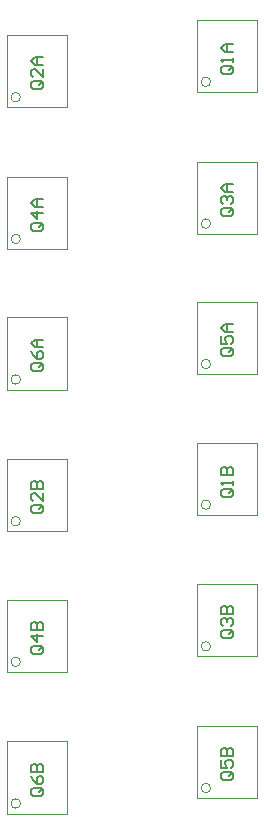
<source format=gbr>
G04 Layer_Color=16711935*
%FSLAX26Y26*%
%MOIN*%
%TF.FileFunction,Mechanical*%
%TF.Part,Single*%
G01*
G75*
%TA.AperFunction,NonConductor*%
%ADD75C,0.003937*%
%ADD252C,0.007000*%
D75*
X4171654Y2543307D02*
G03*
X4171654Y2543307I-15748J0D01*
G01*
Y3956693D02*
G03*
X4171654Y3956693I-15748J0D01*
G01*
X4805512Y2594488D02*
G03*
X4805512Y2594488I-15748J0D01*
G01*
Y4007874D02*
G03*
X4805512Y4007874I-15748J0D01*
G01*
X4171654Y3015748D02*
G03*
X4171654Y3015748I-15748J0D01*
G01*
Y4425197D02*
G03*
X4171654Y4425197I-15748J0D01*
G01*
X4805512Y3066929D02*
G03*
X4805512Y3066929I-15748J0D01*
G01*
Y4476378D02*
G03*
X4805512Y4476378I-15748J0D01*
G01*
X4171654Y3484252D02*
G03*
X4171654Y3484252I-15748J0D01*
G01*
Y4897638D02*
G03*
X4171654Y4897638I-15748J0D01*
G01*
X4805512Y3539370D02*
G03*
X4805512Y3539370I-15748J0D01*
G01*
Y4948819D02*
G03*
X4805512Y4948819I-15748J0D01*
G01*
X4327165Y2509843D02*
Y2750000D01*
X4126378D02*
X4327165D01*
X4126378Y2509843D02*
X4327165D01*
X4126378D02*
Y2750000D01*
X4327165Y3923228D02*
Y4163386D01*
X4126378D02*
X4327165D01*
X4126378Y3923228D02*
X4327165D01*
X4126378D02*
Y4163386D01*
X4961024Y2561024D02*
Y2801181D01*
X4760236D02*
X4961024D01*
X4760236Y2561024D02*
X4961024D01*
X4760236D02*
Y2801181D01*
X4961024Y3974410D02*
Y4214567D01*
X4760236D02*
X4961024D01*
X4760236Y3974410D02*
X4961024D01*
X4760236D02*
Y4214567D01*
X4327165Y2982284D02*
Y3222441D01*
X4126378D02*
X4327165D01*
X4126378Y2982284D02*
X4327165D01*
X4126378D02*
Y3222441D01*
X4327165Y4391732D02*
Y4631890D01*
X4126378D02*
X4327165D01*
X4126378Y4391732D02*
X4327165D01*
X4126378D02*
Y4631890D01*
X4961024Y3033465D02*
Y3273622D01*
X4760236D02*
X4961024D01*
X4760236Y3033465D02*
X4961024D01*
X4760236D02*
Y3273622D01*
X4961024Y4442913D02*
Y4683071D01*
X4760236D02*
X4961024D01*
X4760236Y4442913D02*
X4961024D01*
X4760236D02*
Y4683071D01*
X4327165Y3450787D02*
Y3690945D01*
X4126378D02*
X4327165D01*
X4126378Y3450787D02*
X4327165D01*
X4126378D02*
Y3690945D01*
X4327165Y4864173D02*
Y5104331D01*
X4126378D02*
X4327165D01*
X4126378Y4864173D02*
X4327165D01*
X4126378D02*
Y5104331D01*
X4961024Y3505905D02*
Y3746063D01*
X4760236D02*
X4961024D01*
X4760236Y3505905D02*
X4961024D01*
X4760236D02*
Y3746063D01*
X4961024Y4915354D02*
Y5155512D01*
X4760236D02*
X4961024D01*
X4760236Y4915354D02*
X4961024D01*
X4760236D02*
Y5155512D01*
D252*
X4240107Y2596579D02*
X4213449D01*
X4206785Y2589915D01*
Y2576586D01*
X4213449Y2569921D01*
X4240107D01*
X4246772Y2576586D01*
Y2589915D01*
X4233443Y2583250D02*
X4246772Y2596579D01*
Y2589915D02*
X4240107Y2596579D01*
X4206785Y2636566D02*
X4213449Y2623237D01*
X4226778Y2609908D01*
X4240107D01*
X4246772Y2616573D01*
Y2629902D01*
X4240107Y2636566D01*
X4233443D01*
X4226778Y2629902D01*
Y2609908D01*
X4206785Y2649895D02*
X4246772D01*
Y2669889D01*
X4240107Y2676553D01*
X4233443D01*
X4226778Y2669889D01*
Y2649895D01*
Y2669889D01*
X4220114Y2676553D01*
X4213449D01*
X4206785Y2669889D01*
Y2649895D01*
X4240107Y4009965D02*
X4213449D01*
X4206785Y4003300D01*
Y3989972D01*
X4213449Y3983307D01*
X4240107D01*
X4246772Y3989972D01*
Y4003300D01*
X4233443Y3996636D02*
X4246772Y4009965D01*
Y4003300D02*
X4240107Y4009965D01*
X4206785Y4049952D02*
X4213449Y4036623D01*
X4226778Y4023294D01*
X4240107D01*
X4246772Y4029959D01*
Y4043288D01*
X4240107Y4049952D01*
X4233443D01*
X4226778Y4043288D01*
Y4023294D01*
X4246772Y4063281D02*
X4220114D01*
X4206785Y4076610D01*
X4220114Y4089939D01*
X4246772D01*
X4226778D01*
Y4063281D01*
X4873965Y2647760D02*
X4847307D01*
X4840643Y2641096D01*
Y2627767D01*
X4847307Y2621102D01*
X4873965D01*
X4880630Y2627767D01*
Y2641096D01*
X4867301Y2634431D02*
X4880630Y2647760D01*
Y2641096D02*
X4873965Y2647760D01*
X4840643Y2687747D02*
Y2661089D01*
X4860636D01*
X4853972Y2674418D01*
Y2681083D01*
X4860636Y2687747D01*
X4873965D01*
X4880630Y2681083D01*
Y2667754D01*
X4873965Y2661089D01*
X4840643Y2701077D02*
X4880630D01*
Y2721070D01*
X4873965Y2727735D01*
X4867301D01*
X4860636Y2721070D01*
Y2701077D01*
Y2721070D01*
X4853972Y2727735D01*
X4847307D01*
X4840643Y2721070D01*
Y2701077D01*
X4873965Y4061146D02*
X4847307D01*
X4840643Y4054482D01*
Y4041153D01*
X4847307Y4034488D01*
X4873965D01*
X4880630Y4041153D01*
Y4054482D01*
X4867301Y4047817D02*
X4880630Y4061146D01*
Y4054482D02*
X4873965Y4061146D01*
X4840643Y4101133D02*
Y4074475D01*
X4860636D01*
X4853972Y4087804D01*
Y4094469D01*
X4860636Y4101133D01*
X4873965D01*
X4880630Y4094469D01*
Y4081140D01*
X4873965Y4074475D01*
X4880630Y4114462D02*
X4853972D01*
X4840643Y4127791D01*
X4853972Y4141120D01*
X4880630D01*
X4860636D01*
Y4114462D01*
X4240107Y3069020D02*
X4213449D01*
X4206785Y3062356D01*
Y3049027D01*
X4213449Y3042362D01*
X4240107D01*
X4246772Y3049027D01*
Y3062356D01*
X4233443Y3055691D02*
X4246772Y3069020D01*
Y3062356D02*
X4240107Y3069020D01*
X4246772Y3102343D02*
X4206785D01*
X4226778Y3082349D01*
Y3109007D01*
X4206785Y3122336D02*
X4246772D01*
Y3142330D01*
X4240107Y3148994D01*
X4233443D01*
X4226778Y3142330D01*
Y3122336D01*
Y3142330D01*
X4220114Y3148994D01*
X4213449D01*
X4206785Y3142330D01*
Y3122336D01*
X4240107Y4478469D02*
X4213449D01*
X4206785Y4471805D01*
Y4458475D01*
X4213449Y4451811D01*
X4240107D01*
X4246772Y4458475D01*
Y4471805D01*
X4233443Y4465140D02*
X4246772Y4478469D01*
Y4471805D02*
X4240107Y4478469D01*
X4246772Y4511792D02*
X4206785D01*
X4226778Y4491798D01*
Y4518456D01*
X4246772Y4531785D02*
X4220114D01*
X4206785Y4545114D01*
X4220114Y4558443D01*
X4246772D01*
X4226778D01*
Y4531785D01*
X4873965Y3120201D02*
X4847307D01*
X4840643Y3113537D01*
Y3100208D01*
X4847307Y3093543D01*
X4873965D01*
X4880630Y3100208D01*
Y3113537D01*
X4867301Y3106872D02*
X4880630Y3120201D01*
Y3113537D02*
X4873965Y3120201D01*
X4847307Y3133530D02*
X4840643Y3140195D01*
Y3153524D01*
X4847307Y3160188D01*
X4853972D01*
X4860636Y3153524D01*
Y3146859D01*
Y3153524D01*
X4867301Y3160188D01*
X4873965D01*
X4880630Y3153524D01*
Y3140195D01*
X4873965Y3133530D01*
X4840643Y3173517D02*
X4880630D01*
Y3193511D01*
X4873965Y3200175D01*
X4867301D01*
X4860636Y3193511D01*
Y3173517D01*
Y3193511D01*
X4853972Y3200175D01*
X4847307D01*
X4840643Y3193511D01*
Y3173517D01*
X4873965Y4529650D02*
X4847307D01*
X4840643Y4522986D01*
Y4509657D01*
X4847307Y4502992D01*
X4873965D01*
X4880630Y4509657D01*
Y4522986D01*
X4867301Y4516321D02*
X4880630Y4529650D01*
Y4522986D02*
X4873965Y4529650D01*
X4847307Y4542979D02*
X4840643Y4549644D01*
Y4562973D01*
X4847307Y4569637D01*
X4853972D01*
X4860636Y4562973D01*
Y4556308D01*
Y4562973D01*
X4867301Y4569637D01*
X4873965D01*
X4880630Y4562973D01*
Y4549644D01*
X4873965Y4542979D01*
X4880630Y4582966D02*
X4853972D01*
X4840643Y4596295D01*
X4853972Y4609624D01*
X4880630D01*
X4860636D01*
Y4582966D01*
X4240107Y3537524D02*
X4213449D01*
X4206785Y3530860D01*
Y3517531D01*
X4213449Y3510866D01*
X4240107D01*
X4246772Y3517531D01*
Y3530860D01*
X4233443Y3524195D02*
X4246772Y3537524D01*
Y3530860D02*
X4240107Y3537524D01*
X4246772Y3577511D02*
Y3550853D01*
X4220114Y3577511D01*
X4213449D01*
X4206785Y3570847D01*
Y3557518D01*
X4213449Y3550853D01*
X4206785Y3590840D02*
X4246772D01*
Y3610834D01*
X4240107Y3617498D01*
X4233443D01*
X4226778Y3610834D01*
Y3590840D01*
Y3610834D01*
X4220114Y3617498D01*
X4213449D01*
X4206785Y3610834D01*
Y3590840D01*
X4240107Y4950910D02*
X4213449D01*
X4206785Y4944245D01*
Y4930916D01*
X4213449Y4924252D01*
X4240107D01*
X4246772Y4930916D01*
Y4944245D01*
X4233443Y4937581D02*
X4246772Y4950910D01*
Y4944245D02*
X4240107Y4950910D01*
X4246772Y4990897D02*
Y4964239D01*
X4220114Y4990897D01*
X4213449D01*
X4206785Y4984233D01*
Y4970904D01*
X4213449Y4964239D01*
X4246772Y5004226D02*
X4220114D01*
X4206785Y5017555D01*
X4220114Y5030884D01*
X4246772D01*
X4226778D01*
Y5004226D01*
X4873965Y3592642D02*
X4847307D01*
X4840643Y3585978D01*
Y3572649D01*
X4847307Y3565984D01*
X4873965D01*
X4880630Y3572649D01*
Y3585978D01*
X4867301Y3579313D02*
X4880630Y3592642D01*
Y3585978D02*
X4873965Y3592642D01*
X4880630Y3605971D02*
Y3619300D01*
Y3612636D01*
X4840643D01*
X4847307Y3605971D01*
X4840643Y3639294D02*
X4880630D01*
Y3659287D01*
X4873965Y3665952D01*
X4867301D01*
X4860636Y3659287D01*
Y3639294D01*
Y3659287D01*
X4853972Y3665952D01*
X4847307D01*
X4840643Y3659287D01*
Y3639294D01*
X4873965Y5002091D02*
X4847307D01*
X4840643Y4995426D01*
Y4982097D01*
X4847307Y4975433D01*
X4873965D01*
X4880630Y4982097D01*
Y4995426D01*
X4867301Y4988762D02*
X4880630Y5002091D01*
Y4995426D02*
X4873965Y5002091D01*
X4880630Y5015420D02*
Y5028749D01*
Y5022085D01*
X4840643D01*
X4847307Y5015420D01*
X4880630Y5048743D02*
X4853972D01*
X4840643Y5062072D01*
X4853972Y5075401D01*
X4880630D01*
X4860636D01*
Y5048743D01*
%TF.MD5,A7EA70656FC831B13AE745FF4D6A5FF8*%
M02*

</source>
